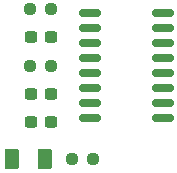
<source format=gbr>
%TF.GenerationSoftware,KiCad,Pcbnew,7.0.7*%
%TF.CreationDate,2024-02-11T16:58:00-05:00*%
%TF.ProjectId,HS8836A_USB_hub,48533838-3336-4415-9f55-53425f687562,rev?*%
%TF.SameCoordinates,Original*%
%TF.FileFunction,Paste,Top*%
%TF.FilePolarity,Positive*%
%FSLAX46Y46*%
G04 Gerber Fmt 4.6, Leading zero omitted, Abs format (unit mm)*
G04 Created by KiCad (PCBNEW 7.0.7) date 2024-02-11 16:58:00*
%MOMM*%
%LPD*%
G01*
G04 APERTURE LIST*
G04 Aperture macros list*
%AMRoundRect*
0 Rectangle with rounded corners*
0 $1 Rounding radius*
0 $2 $3 $4 $5 $6 $7 $8 $9 X,Y pos of 4 corners*
0 Add a 4 corners polygon primitive as box body*
4,1,4,$2,$3,$4,$5,$6,$7,$8,$9,$2,$3,0*
0 Add four circle primitives for the rounded corners*
1,1,$1+$1,$2,$3*
1,1,$1+$1,$4,$5*
1,1,$1+$1,$6,$7*
1,1,$1+$1,$8,$9*
0 Add four rect primitives between the rounded corners*
20,1,$1+$1,$2,$3,$4,$5,0*
20,1,$1+$1,$4,$5,$6,$7,0*
20,1,$1+$1,$6,$7,$8,$9,0*
20,1,$1+$1,$8,$9,$2,$3,0*%
G04 Aperture macros list end*
%ADD10RoundRect,0.162500X0.750000X0.162500X-0.750000X0.162500X-0.750000X-0.162500X0.750000X-0.162500X0*%
%ADD11RoundRect,0.237500X0.250000X0.237500X-0.250000X0.237500X-0.250000X-0.237500X0.250000X-0.237500X0*%
%ADD12RoundRect,0.237500X-0.250000X-0.237500X0.250000X-0.237500X0.250000X0.237500X-0.250000X0.237500X0*%
%ADD13RoundRect,0.250000X0.375000X0.625000X-0.375000X0.625000X-0.375000X-0.625000X0.375000X-0.625000X0*%
%ADD14RoundRect,0.237500X0.300000X0.237500X-0.300000X0.237500X-0.300000X-0.237500X0.300000X-0.237500X0*%
G04 APERTURE END LIST*
D10*
%TO.C,U1*%
X155887500Y-142245000D03*
X155887500Y-140975000D03*
X155887500Y-139705000D03*
X155887500Y-138435000D03*
X155887500Y-137165000D03*
X155887500Y-135895000D03*
X155887500Y-134625000D03*
X155887500Y-133355000D03*
X149712500Y-133355000D03*
X149712500Y-134625000D03*
X149712500Y-135895000D03*
X149712500Y-137165000D03*
X149712500Y-138435000D03*
X149712500Y-139705000D03*
X149712500Y-140975000D03*
X149712500Y-142245000D03*
%TD*%
D11*
%TO.C,R3*%
X150000000Y-145700000D03*
X148175000Y-145700000D03*
%TD*%
D12*
%TO.C,R2*%
X144650000Y-133075000D03*
X146475000Y-133075000D03*
%TD*%
%TO.C,R1*%
X144650000Y-137825000D03*
X146475000Y-137825000D03*
%TD*%
D13*
%TO.C,D1*%
X145900000Y-145700000D03*
X143100000Y-145700000D03*
%TD*%
D14*
%TO.C,C3*%
X146425000Y-135450000D03*
X144700000Y-135450000D03*
%TD*%
%TO.C,C2*%
X146425000Y-140200000D03*
X144700000Y-140200000D03*
%TD*%
%TO.C,C1*%
X146425000Y-142575000D03*
X144700000Y-142575000D03*
%TD*%
M02*

</source>
